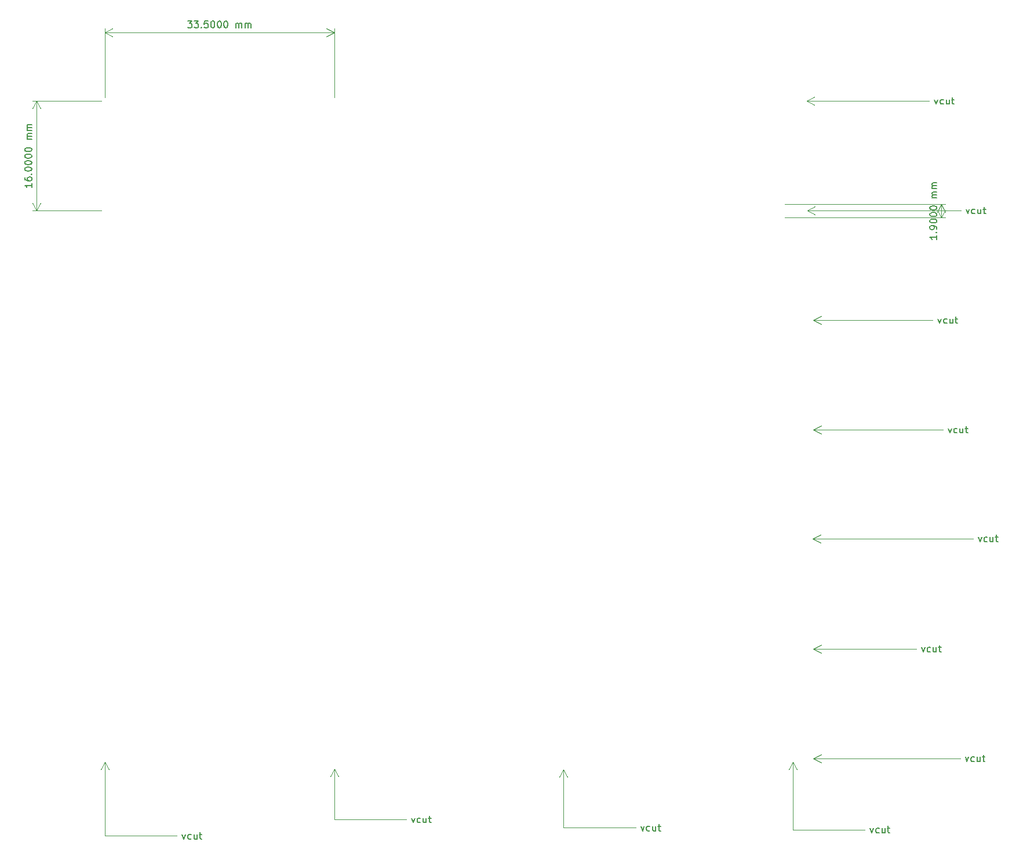
<source format=gbr>
%TF.GenerationSoftware,KiCad,Pcbnew,8.0.1*%
%TF.CreationDate,2024-04-28T15:40:34+08:00*%
%TF.ProjectId,pinban,70696e62-616e-42e6-9b69-6361645f7063,rev?*%
%TF.SameCoordinates,Original*%
%TF.FileFunction,Other,ECO2*%
%FSLAX46Y46*%
G04 Gerber Fmt 4.6, Leading zero omitted, Abs format (unit mm)*
G04 Created by KiCad (PCBNEW 8.0.1) date 2024-04-28 15:40:34*
%MOMM*%
%LPD*%
G01*
G04 APERTURE LIST*
%ADD10C,0.150000*%
%ADD11C,0.100000*%
G04 APERTURE END LIST*
D10*
X171795238Y-136188152D02*
X172033333Y-136854819D01*
X172033333Y-136854819D02*
X172271428Y-136188152D01*
X173080952Y-136807200D02*
X172985714Y-136854819D01*
X172985714Y-136854819D02*
X172795238Y-136854819D01*
X172795238Y-136854819D02*
X172700000Y-136807200D01*
X172700000Y-136807200D02*
X172652381Y-136759580D01*
X172652381Y-136759580D02*
X172604762Y-136664342D01*
X172604762Y-136664342D02*
X172604762Y-136378628D01*
X172604762Y-136378628D02*
X172652381Y-136283390D01*
X172652381Y-136283390D02*
X172700000Y-136235771D01*
X172700000Y-136235771D02*
X172795238Y-136188152D01*
X172795238Y-136188152D02*
X172985714Y-136188152D01*
X172985714Y-136188152D02*
X173080952Y-136235771D01*
X173938095Y-136188152D02*
X173938095Y-136854819D01*
X173509524Y-136188152D02*
X173509524Y-136711961D01*
X173509524Y-136711961D02*
X173557143Y-136807200D01*
X173557143Y-136807200D02*
X173652381Y-136854819D01*
X173652381Y-136854819D02*
X173795238Y-136854819D01*
X173795238Y-136854819D02*
X173890476Y-136807200D01*
X173890476Y-136807200D02*
X173938095Y-136759580D01*
X174271429Y-136188152D02*
X174652381Y-136188152D01*
X174414286Y-135854819D02*
X174414286Y-136711961D01*
X174414286Y-136711961D02*
X174461905Y-136807200D01*
X174461905Y-136807200D02*
X174557143Y-136854819D01*
X174557143Y-136854819D02*
X174652381Y-136854819D01*
D11*
X160500000Y-126500000D02*
X160500000Y-136400000D01*
X160500000Y-126500000D02*
X161086421Y-127626504D01*
X160500000Y-126500000D02*
X159913579Y-127626504D01*
X160500000Y-136400000D02*
X171027381Y-136400000D01*
X160500000Y-126500000D02*
X160500000Y-136400000D01*
X160500000Y-126500000D02*
X161086421Y-127626504D01*
X160500000Y-126500000D02*
X159913579Y-127626504D01*
X160500000Y-136400000D02*
X171027381Y-136400000D01*
D10*
X71295238Y-137088152D02*
X71533333Y-137754819D01*
X71533333Y-137754819D02*
X71771428Y-137088152D01*
X72580952Y-137707200D02*
X72485714Y-137754819D01*
X72485714Y-137754819D02*
X72295238Y-137754819D01*
X72295238Y-137754819D02*
X72200000Y-137707200D01*
X72200000Y-137707200D02*
X72152381Y-137659580D01*
X72152381Y-137659580D02*
X72104762Y-137564342D01*
X72104762Y-137564342D02*
X72104762Y-137278628D01*
X72104762Y-137278628D02*
X72152381Y-137183390D01*
X72152381Y-137183390D02*
X72200000Y-137135771D01*
X72200000Y-137135771D02*
X72295238Y-137088152D01*
X72295238Y-137088152D02*
X72485714Y-137088152D01*
X72485714Y-137088152D02*
X72580952Y-137135771D01*
X73438095Y-137088152D02*
X73438095Y-137754819D01*
X73009524Y-137088152D02*
X73009524Y-137611961D01*
X73009524Y-137611961D02*
X73057143Y-137707200D01*
X73057143Y-137707200D02*
X73152381Y-137754819D01*
X73152381Y-137754819D02*
X73295238Y-137754819D01*
X73295238Y-137754819D02*
X73390476Y-137707200D01*
X73390476Y-137707200D02*
X73438095Y-137659580D01*
X73771429Y-137088152D02*
X74152381Y-137088152D01*
X73914286Y-136754819D02*
X73914286Y-137611961D01*
X73914286Y-137611961D02*
X73961905Y-137707200D01*
X73961905Y-137707200D02*
X74057143Y-137754819D01*
X74057143Y-137754819D02*
X74152381Y-137754819D01*
D11*
X60000000Y-126500000D02*
X60000000Y-137300000D01*
X60000000Y-126500000D02*
X60586421Y-127626504D01*
X60000000Y-126500000D02*
X59413579Y-127626504D01*
X60000000Y-137300000D02*
X70527381Y-137300000D01*
X60000000Y-126500000D02*
X60000000Y-137300000D01*
X60000000Y-126500000D02*
X60586421Y-127626504D01*
X60000000Y-126500000D02*
X59413579Y-127626504D01*
X60000000Y-137300000D02*
X70527381Y-137300000D01*
D10*
X104795238Y-134688152D02*
X105033333Y-135354819D01*
X105033333Y-135354819D02*
X105271428Y-134688152D01*
X106080952Y-135307200D02*
X105985714Y-135354819D01*
X105985714Y-135354819D02*
X105795238Y-135354819D01*
X105795238Y-135354819D02*
X105700000Y-135307200D01*
X105700000Y-135307200D02*
X105652381Y-135259580D01*
X105652381Y-135259580D02*
X105604762Y-135164342D01*
X105604762Y-135164342D02*
X105604762Y-134878628D01*
X105604762Y-134878628D02*
X105652381Y-134783390D01*
X105652381Y-134783390D02*
X105700000Y-134735771D01*
X105700000Y-134735771D02*
X105795238Y-134688152D01*
X105795238Y-134688152D02*
X105985714Y-134688152D01*
X105985714Y-134688152D02*
X106080952Y-134735771D01*
X106938095Y-134688152D02*
X106938095Y-135354819D01*
X106509524Y-134688152D02*
X106509524Y-135211961D01*
X106509524Y-135211961D02*
X106557143Y-135307200D01*
X106557143Y-135307200D02*
X106652381Y-135354819D01*
X106652381Y-135354819D02*
X106795238Y-135354819D01*
X106795238Y-135354819D02*
X106890476Y-135307200D01*
X106890476Y-135307200D02*
X106938095Y-135259580D01*
X107271429Y-134688152D02*
X107652381Y-134688152D01*
X107414286Y-134354819D02*
X107414286Y-135211961D01*
X107414286Y-135211961D02*
X107461905Y-135307200D01*
X107461905Y-135307200D02*
X107557143Y-135354819D01*
X107557143Y-135354819D02*
X107652381Y-135354819D01*
D11*
X93500000Y-127500000D02*
X93500000Y-134900000D01*
X93500000Y-127500000D02*
X94086421Y-128626504D01*
X93500000Y-127500000D02*
X92913579Y-128626504D01*
X93500000Y-134900000D02*
X104027381Y-134900000D01*
X93500000Y-127500000D02*
X93500000Y-134900000D01*
X93500000Y-127500000D02*
X94086421Y-128626504D01*
X93500000Y-127500000D02*
X92913579Y-128626504D01*
X93500000Y-134900000D02*
X104027381Y-134900000D01*
D10*
X138295238Y-135888152D02*
X138533333Y-136554819D01*
X138533333Y-136554819D02*
X138771428Y-135888152D01*
X139580952Y-136507200D02*
X139485714Y-136554819D01*
X139485714Y-136554819D02*
X139295238Y-136554819D01*
X139295238Y-136554819D02*
X139200000Y-136507200D01*
X139200000Y-136507200D02*
X139152381Y-136459580D01*
X139152381Y-136459580D02*
X139104762Y-136364342D01*
X139104762Y-136364342D02*
X139104762Y-136078628D01*
X139104762Y-136078628D02*
X139152381Y-135983390D01*
X139152381Y-135983390D02*
X139200000Y-135935771D01*
X139200000Y-135935771D02*
X139295238Y-135888152D01*
X139295238Y-135888152D02*
X139485714Y-135888152D01*
X139485714Y-135888152D02*
X139580952Y-135935771D01*
X140438095Y-135888152D02*
X140438095Y-136554819D01*
X140009524Y-135888152D02*
X140009524Y-136411961D01*
X140009524Y-136411961D02*
X140057143Y-136507200D01*
X140057143Y-136507200D02*
X140152381Y-136554819D01*
X140152381Y-136554819D02*
X140295238Y-136554819D01*
X140295238Y-136554819D02*
X140390476Y-136507200D01*
X140390476Y-136507200D02*
X140438095Y-136459580D01*
X140771429Y-135888152D02*
X141152381Y-135888152D01*
X140914286Y-135554819D02*
X140914286Y-136411961D01*
X140914286Y-136411961D02*
X140961905Y-136507200D01*
X140961905Y-136507200D02*
X141057143Y-136554819D01*
X141057143Y-136554819D02*
X141152381Y-136554819D01*
D11*
X127000000Y-127600000D02*
X127000000Y-136100000D01*
X127000000Y-127600000D02*
X127586421Y-128726504D01*
X127000000Y-127600000D02*
X126413579Y-128726504D01*
X127000000Y-136100000D02*
X137527381Y-136100000D01*
X127000000Y-127600000D02*
X127000000Y-136100000D01*
X127000000Y-127600000D02*
X127586421Y-128726504D01*
X127000000Y-127600000D02*
X126413579Y-128726504D01*
X127000000Y-136100000D02*
X137527381Y-136100000D01*
D10*
X185695238Y-125788152D02*
X185933333Y-126454819D01*
X185933333Y-126454819D02*
X186171428Y-125788152D01*
X186980952Y-126407200D02*
X186885714Y-126454819D01*
X186885714Y-126454819D02*
X186695238Y-126454819D01*
X186695238Y-126454819D02*
X186600000Y-126407200D01*
X186600000Y-126407200D02*
X186552381Y-126359580D01*
X186552381Y-126359580D02*
X186504762Y-126264342D01*
X186504762Y-126264342D02*
X186504762Y-125978628D01*
X186504762Y-125978628D02*
X186552381Y-125883390D01*
X186552381Y-125883390D02*
X186600000Y-125835771D01*
X186600000Y-125835771D02*
X186695238Y-125788152D01*
X186695238Y-125788152D02*
X186885714Y-125788152D01*
X186885714Y-125788152D02*
X186980952Y-125835771D01*
X187838095Y-125788152D02*
X187838095Y-126454819D01*
X187409524Y-125788152D02*
X187409524Y-126311961D01*
X187409524Y-126311961D02*
X187457143Y-126407200D01*
X187457143Y-126407200D02*
X187552381Y-126454819D01*
X187552381Y-126454819D02*
X187695238Y-126454819D01*
X187695238Y-126454819D02*
X187790476Y-126407200D01*
X187790476Y-126407200D02*
X187838095Y-126359580D01*
X188171429Y-125788152D02*
X188552381Y-125788152D01*
X188314286Y-125454819D02*
X188314286Y-126311961D01*
X188314286Y-126311961D02*
X188361905Y-126407200D01*
X188361905Y-126407200D02*
X188457143Y-126454819D01*
X188457143Y-126454819D02*
X188552381Y-126454819D01*
D11*
X163500000Y-126000000D02*
X174400000Y-126000000D01*
X163500000Y-126000000D02*
X164626504Y-125413579D01*
X163500000Y-126000000D02*
X164626504Y-126586421D01*
X174400000Y-126000000D02*
X184927381Y-126000000D01*
X163500000Y-126000000D02*
X174400000Y-126000000D01*
X163500000Y-126000000D02*
X164626504Y-125413579D01*
X163500000Y-126000000D02*
X164626504Y-126586421D01*
X174400000Y-126000000D02*
X184927381Y-126000000D01*
D10*
X179295238Y-109788152D02*
X179533333Y-110454819D01*
X179533333Y-110454819D02*
X179771428Y-109788152D01*
X180580952Y-110407200D02*
X180485714Y-110454819D01*
X180485714Y-110454819D02*
X180295238Y-110454819D01*
X180295238Y-110454819D02*
X180200000Y-110407200D01*
X180200000Y-110407200D02*
X180152381Y-110359580D01*
X180152381Y-110359580D02*
X180104762Y-110264342D01*
X180104762Y-110264342D02*
X180104762Y-109978628D01*
X180104762Y-109978628D02*
X180152381Y-109883390D01*
X180152381Y-109883390D02*
X180200000Y-109835771D01*
X180200000Y-109835771D02*
X180295238Y-109788152D01*
X180295238Y-109788152D02*
X180485714Y-109788152D01*
X180485714Y-109788152D02*
X180580952Y-109835771D01*
X181438095Y-109788152D02*
X181438095Y-110454819D01*
X181009524Y-109788152D02*
X181009524Y-110311961D01*
X181009524Y-110311961D02*
X181057143Y-110407200D01*
X181057143Y-110407200D02*
X181152381Y-110454819D01*
X181152381Y-110454819D02*
X181295238Y-110454819D01*
X181295238Y-110454819D02*
X181390476Y-110407200D01*
X181390476Y-110407200D02*
X181438095Y-110359580D01*
X181771429Y-109788152D02*
X182152381Y-109788152D01*
X181914286Y-109454819D02*
X181914286Y-110311961D01*
X181914286Y-110311961D02*
X181961905Y-110407200D01*
X181961905Y-110407200D02*
X182057143Y-110454819D01*
X182057143Y-110454819D02*
X182152381Y-110454819D01*
D11*
X163500000Y-110000000D02*
X168000000Y-110000000D01*
X163500000Y-110000000D02*
X164626504Y-109413579D01*
X163500000Y-110000000D02*
X164626504Y-110586421D01*
X168000000Y-110000000D02*
X178527381Y-110000000D01*
X163500000Y-110000000D02*
X168000000Y-110000000D01*
X163500000Y-110000000D02*
X164626504Y-109413579D01*
X163500000Y-110000000D02*
X164626504Y-110586421D01*
X168000000Y-110000000D02*
X178527381Y-110000000D01*
D10*
X187595238Y-93688152D02*
X187833333Y-94354819D01*
X187833333Y-94354819D02*
X188071428Y-93688152D01*
X188880952Y-94307200D02*
X188785714Y-94354819D01*
X188785714Y-94354819D02*
X188595238Y-94354819D01*
X188595238Y-94354819D02*
X188500000Y-94307200D01*
X188500000Y-94307200D02*
X188452381Y-94259580D01*
X188452381Y-94259580D02*
X188404762Y-94164342D01*
X188404762Y-94164342D02*
X188404762Y-93878628D01*
X188404762Y-93878628D02*
X188452381Y-93783390D01*
X188452381Y-93783390D02*
X188500000Y-93735771D01*
X188500000Y-93735771D02*
X188595238Y-93688152D01*
X188595238Y-93688152D02*
X188785714Y-93688152D01*
X188785714Y-93688152D02*
X188880952Y-93735771D01*
X189738095Y-93688152D02*
X189738095Y-94354819D01*
X189309524Y-93688152D02*
X189309524Y-94211961D01*
X189309524Y-94211961D02*
X189357143Y-94307200D01*
X189357143Y-94307200D02*
X189452381Y-94354819D01*
X189452381Y-94354819D02*
X189595238Y-94354819D01*
X189595238Y-94354819D02*
X189690476Y-94307200D01*
X189690476Y-94307200D02*
X189738095Y-94259580D01*
X190071429Y-93688152D02*
X190452381Y-93688152D01*
X190214286Y-93354819D02*
X190214286Y-94211961D01*
X190214286Y-94211961D02*
X190261905Y-94307200D01*
X190261905Y-94307200D02*
X190357143Y-94354819D01*
X190357143Y-94354819D02*
X190452381Y-94354819D01*
D11*
X163400000Y-93900000D02*
X176300000Y-93900000D01*
X163400000Y-93900000D02*
X164526504Y-93313579D01*
X163400000Y-93900000D02*
X164526504Y-94486421D01*
X176300000Y-93900000D02*
X186827381Y-93900000D01*
X163400000Y-93900000D02*
X176300000Y-93900000D01*
X163400000Y-93900000D02*
X164526504Y-93313579D01*
X163400000Y-93900000D02*
X164526504Y-94486421D01*
X176300000Y-93900000D02*
X186827381Y-93900000D01*
D10*
X183195238Y-77788152D02*
X183433333Y-78454819D01*
X183433333Y-78454819D02*
X183671428Y-77788152D01*
X184480952Y-78407200D02*
X184385714Y-78454819D01*
X184385714Y-78454819D02*
X184195238Y-78454819D01*
X184195238Y-78454819D02*
X184100000Y-78407200D01*
X184100000Y-78407200D02*
X184052381Y-78359580D01*
X184052381Y-78359580D02*
X184004762Y-78264342D01*
X184004762Y-78264342D02*
X184004762Y-77978628D01*
X184004762Y-77978628D02*
X184052381Y-77883390D01*
X184052381Y-77883390D02*
X184100000Y-77835771D01*
X184100000Y-77835771D02*
X184195238Y-77788152D01*
X184195238Y-77788152D02*
X184385714Y-77788152D01*
X184385714Y-77788152D02*
X184480952Y-77835771D01*
X185338095Y-77788152D02*
X185338095Y-78454819D01*
X184909524Y-77788152D02*
X184909524Y-78311961D01*
X184909524Y-78311961D02*
X184957143Y-78407200D01*
X184957143Y-78407200D02*
X185052381Y-78454819D01*
X185052381Y-78454819D02*
X185195238Y-78454819D01*
X185195238Y-78454819D02*
X185290476Y-78407200D01*
X185290476Y-78407200D02*
X185338095Y-78359580D01*
X185671429Y-77788152D02*
X186052381Y-77788152D01*
X185814286Y-77454819D02*
X185814286Y-78311961D01*
X185814286Y-78311961D02*
X185861905Y-78407200D01*
X185861905Y-78407200D02*
X185957143Y-78454819D01*
X185957143Y-78454819D02*
X186052381Y-78454819D01*
D11*
X163500000Y-78000000D02*
X171900000Y-78000000D01*
X163500000Y-78000000D02*
X164626504Y-77413579D01*
X163500000Y-78000000D02*
X164626504Y-78586421D01*
X171900000Y-78000000D02*
X182427381Y-78000000D01*
X163500000Y-78000000D02*
X171900000Y-78000000D01*
X163500000Y-78000000D02*
X164626504Y-77413579D01*
X163500000Y-78000000D02*
X164626504Y-78586421D01*
X171900000Y-78000000D02*
X182427381Y-78000000D01*
D10*
X181695238Y-61788152D02*
X181933333Y-62454819D01*
X181933333Y-62454819D02*
X182171428Y-61788152D01*
X182980952Y-62407200D02*
X182885714Y-62454819D01*
X182885714Y-62454819D02*
X182695238Y-62454819D01*
X182695238Y-62454819D02*
X182600000Y-62407200D01*
X182600000Y-62407200D02*
X182552381Y-62359580D01*
X182552381Y-62359580D02*
X182504762Y-62264342D01*
X182504762Y-62264342D02*
X182504762Y-61978628D01*
X182504762Y-61978628D02*
X182552381Y-61883390D01*
X182552381Y-61883390D02*
X182600000Y-61835771D01*
X182600000Y-61835771D02*
X182695238Y-61788152D01*
X182695238Y-61788152D02*
X182885714Y-61788152D01*
X182885714Y-61788152D02*
X182980952Y-61835771D01*
X183838095Y-61788152D02*
X183838095Y-62454819D01*
X183409524Y-61788152D02*
X183409524Y-62311961D01*
X183409524Y-62311961D02*
X183457143Y-62407200D01*
X183457143Y-62407200D02*
X183552381Y-62454819D01*
X183552381Y-62454819D02*
X183695238Y-62454819D01*
X183695238Y-62454819D02*
X183790476Y-62407200D01*
X183790476Y-62407200D02*
X183838095Y-62359580D01*
X184171429Y-61788152D02*
X184552381Y-61788152D01*
X184314286Y-61454819D02*
X184314286Y-62311961D01*
X184314286Y-62311961D02*
X184361905Y-62407200D01*
X184361905Y-62407200D02*
X184457143Y-62454819D01*
X184457143Y-62454819D02*
X184552381Y-62454819D01*
D11*
X163500000Y-62000000D02*
X170400000Y-62000000D01*
X163500000Y-62000000D02*
X164626504Y-61413579D01*
X163500000Y-62000000D02*
X164626504Y-62586421D01*
X170400000Y-62000000D02*
X180927381Y-62000000D01*
X163500000Y-62000000D02*
X170400000Y-62000000D01*
X163500000Y-62000000D02*
X164626504Y-61413579D01*
X163500000Y-62000000D02*
X164626504Y-62586421D01*
X170400000Y-62000000D02*
X180927381Y-62000000D01*
D10*
X185795238Y-45788152D02*
X186033333Y-46454819D01*
X186033333Y-46454819D02*
X186271428Y-45788152D01*
X187080952Y-46407200D02*
X186985714Y-46454819D01*
X186985714Y-46454819D02*
X186795238Y-46454819D01*
X186795238Y-46454819D02*
X186700000Y-46407200D01*
X186700000Y-46407200D02*
X186652381Y-46359580D01*
X186652381Y-46359580D02*
X186604762Y-46264342D01*
X186604762Y-46264342D02*
X186604762Y-45978628D01*
X186604762Y-45978628D02*
X186652381Y-45883390D01*
X186652381Y-45883390D02*
X186700000Y-45835771D01*
X186700000Y-45835771D02*
X186795238Y-45788152D01*
X186795238Y-45788152D02*
X186985714Y-45788152D01*
X186985714Y-45788152D02*
X187080952Y-45835771D01*
X187938095Y-45788152D02*
X187938095Y-46454819D01*
X187509524Y-45788152D02*
X187509524Y-46311961D01*
X187509524Y-46311961D02*
X187557143Y-46407200D01*
X187557143Y-46407200D02*
X187652381Y-46454819D01*
X187652381Y-46454819D02*
X187795238Y-46454819D01*
X187795238Y-46454819D02*
X187890476Y-46407200D01*
X187890476Y-46407200D02*
X187938095Y-46359580D01*
X188271429Y-45788152D02*
X188652381Y-45788152D01*
X188414286Y-45454819D02*
X188414286Y-46311961D01*
X188414286Y-46311961D02*
X188461905Y-46407200D01*
X188461905Y-46407200D02*
X188557143Y-46454819D01*
X188557143Y-46454819D02*
X188652381Y-46454819D01*
D11*
X162600000Y-46000000D02*
X174500000Y-46000000D01*
X162600000Y-46000000D02*
X163726504Y-45413579D01*
X162600000Y-46000000D02*
X163726504Y-46586421D01*
X174500000Y-46000000D02*
X185027381Y-46000000D01*
X162600000Y-46000000D02*
X174500000Y-46000000D01*
X162600000Y-46000000D02*
X163726504Y-45413579D01*
X162600000Y-46000000D02*
X163726504Y-46586421D01*
X174500000Y-46000000D02*
X185027381Y-46000000D01*
D10*
X181195238Y-29788152D02*
X181433333Y-30454819D01*
X181433333Y-30454819D02*
X181671428Y-29788152D01*
X182480952Y-30407200D02*
X182385714Y-30454819D01*
X182385714Y-30454819D02*
X182195238Y-30454819D01*
X182195238Y-30454819D02*
X182100000Y-30407200D01*
X182100000Y-30407200D02*
X182052381Y-30359580D01*
X182052381Y-30359580D02*
X182004762Y-30264342D01*
X182004762Y-30264342D02*
X182004762Y-29978628D01*
X182004762Y-29978628D02*
X182052381Y-29883390D01*
X182052381Y-29883390D02*
X182100000Y-29835771D01*
X182100000Y-29835771D02*
X182195238Y-29788152D01*
X182195238Y-29788152D02*
X182385714Y-29788152D01*
X182385714Y-29788152D02*
X182480952Y-29835771D01*
X183338095Y-29788152D02*
X183338095Y-30454819D01*
X182909524Y-29788152D02*
X182909524Y-30311961D01*
X182909524Y-30311961D02*
X182957143Y-30407200D01*
X182957143Y-30407200D02*
X183052381Y-30454819D01*
X183052381Y-30454819D02*
X183195238Y-30454819D01*
X183195238Y-30454819D02*
X183290476Y-30407200D01*
X183290476Y-30407200D02*
X183338095Y-30359580D01*
X183671429Y-29788152D02*
X184052381Y-29788152D01*
X183814286Y-29454819D02*
X183814286Y-30311961D01*
X183814286Y-30311961D02*
X183861905Y-30407200D01*
X183861905Y-30407200D02*
X183957143Y-30454819D01*
X183957143Y-30454819D02*
X184052381Y-30454819D01*
D11*
X162500000Y-30000000D02*
X169900000Y-30000000D01*
X162500000Y-30000000D02*
X163626504Y-29413579D01*
X162500000Y-30000000D02*
X163626504Y-30586421D01*
X169900000Y-30000000D02*
X180427381Y-30000000D01*
X162500000Y-30000000D02*
X169900000Y-30000000D01*
X162500000Y-30000000D02*
X163626504Y-29413579D01*
X162500000Y-30000000D02*
X163626504Y-30586421D01*
X169900000Y-30000000D02*
X180427381Y-30000000D01*
D10*
X181504819Y-49621428D02*
X181504819Y-50192856D01*
X181504819Y-49907142D02*
X180504819Y-49907142D01*
X180504819Y-49907142D02*
X180647676Y-50002380D01*
X180647676Y-50002380D02*
X180742914Y-50097618D01*
X180742914Y-50097618D02*
X180790533Y-50192856D01*
X181409580Y-49192856D02*
X181457200Y-49145237D01*
X181457200Y-49145237D02*
X181504819Y-49192856D01*
X181504819Y-49192856D02*
X181457200Y-49240475D01*
X181457200Y-49240475D02*
X181409580Y-49192856D01*
X181409580Y-49192856D02*
X181504819Y-49192856D01*
X181504819Y-48669047D02*
X181504819Y-48478571D01*
X181504819Y-48478571D02*
X181457200Y-48383333D01*
X181457200Y-48383333D02*
X181409580Y-48335714D01*
X181409580Y-48335714D02*
X181266723Y-48240476D01*
X181266723Y-48240476D02*
X181076247Y-48192857D01*
X181076247Y-48192857D02*
X180695295Y-48192857D01*
X180695295Y-48192857D02*
X180600057Y-48240476D01*
X180600057Y-48240476D02*
X180552438Y-48288095D01*
X180552438Y-48288095D02*
X180504819Y-48383333D01*
X180504819Y-48383333D02*
X180504819Y-48573809D01*
X180504819Y-48573809D02*
X180552438Y-48669047D01*
X180552438Y-48669047D02*
X180600057Y-48716666D01*
X180600057Y-48716666D02*
X180695295Y-48764285D01*
X180695295Y-48764285D02*
X180933390Y-48764285D01*
X180933390Y-48764285D02*
X181028628Y-48716666D01*
X181028628Y-48716666D02*
X181076247Y-48669047D01*
X181076247Y-48669047D02*
X181123866Y-48573809D01*
X181123866Y-48573809D02*
X181123866Y-48383333D01*
X181123866Y-48383333D02*
X181076247Y-48288095D01*
X181076247Y-48288095D02*
X181028628Y-48240476D01*
X181028628Y-48240476D02*
X180933390Y-48192857D01*
X180504819Y-47573809D02*
X180504819Y-47478571D01*
X180504819Y-47478571D02*
X180552438Y-47383333D01*
X180552438Y-47383333D02*
X180600057Y-47335714D01*
X180600057Y-47335714D02*
X180695295Y-47288095D01*
X180695295Y-47288095D02*
X180885771Y-47240476D01*
X180885771Y-47240476D02*
X181123866Y-47240476D01*
X181123866Y-47240476D02*
X181314342Y-47288095D01*
X181314342Y-47288095D02*
X181409580Y-47335714D01*
X181409580Y-47335714D02*
X181457200Y-47383333D01*
X181457200Y-47383333D02*
X181504819Y-47478571D01*
X181504819Y-47478571D02*
X181504819Y-47573809D01*
X181504819Y-47573809D02*
X181457200Y-47669047D01*
X181457200Y-47669047D02*
X181409580Y-47716666D01*
X181409580Y-47716666D02*
X181314342Y-47764285D01*
X181314342Y-47764285D02*
X181123866Y-47811904D01*
X181123866Y-47811904D02*
X180885771Y-47811904D01*
X180885771Y-47811904D02*
X180695295Y-47764285D01*
X180695295Y-47764285D02*
X180600057Y-47716666D01*
X180600057Y-47716666D02*
X180552438Y-47669047D01*
X180552438Y-47669047D02*
X180504819Y-47573809D01*
X180504819Y-46621428D02*
X180504819Y-46526190D01*
X180504819Y-46526190D02*
X180552438Y-46430952D01*
X180552438Y-46430952D02*
X180600057Y-46383333D01*
X180600057Y-46383333D02*
X180695295Y-46335714D01*
X180695295Y-46335714D02*
X180885771Y-46288095D01*
X180885771Y-46288095D02*
X181123866Y-46288095D01*
X181123866Y-46288095D02*
X181314342Y-46335714D01*
X181314342Y-46335714D02*
X181409580Y-46383333D01*
X181409580Y-46383333D02*
X181457200Y-46430952D01*
X181457200Y-46430952D02*
X181504819Y-46526190D01*
X181504819Y-46526190D02*
X181504819Y-46621428D01*
X181504819Y-46621428D02*
X181457200Y-46716666D01*
X181457200Y-46716666D02*
X181409580Y-46764285D01*
X181409580Y-46764285D02*
X181314342Y-46811904D01*
X181314342Y-46811904D02*
X181123866Y-46859523D01*
X181123866Y-46859523D02*
X180885771Y-46859523D01*
X180885771Y-46859523D02*
X180695295Y-46811904D01*
X180695295Y-46811904D02*
X180600057Y-46764285D01*
X180600057Y-46764285D02*
X180552438Y-46716666D01*
X180552438Y-46716666D02*
X180504819Y-46621428D01*
X180504819Y-45669047D02*
X180504819Y-45573809D01*
X180504819Y-45573809D02*
X180552438Y-45478571D01*
X180552438Y-45478571D02*
X180600057Y-45430952D01*
X180600057Y-45430952D02*
X180695295Y-45383333D01*
X180695295Y-45383333D02*
X180885771Y-45335714D01*
X180885771Y-45335714D02*
X181123866Y-45335714D01*
X181123866Y-45335714D02*
X181314342Y-45383333D01*
X181314342Y-45383333D02*
X181409580Y-45430952D01*
X181409580Y-45430952D02*
X181457200Y-45478571D01*
X181457200Y-45478571D02*
X181504819Y-45573809D01*
X181504819Y-45573809D02*
X181504819Y-45669047D01*
X181504819Y-45669047D02*
X181457200Y-45764285D01*
X181457200Y-45764285D02*
X181409580Y-45811904D01*
X181409580Y-45811904D02*
X181314342Y-45859523D01*
X181314342Y-45859523D02*
X181123866Y-45907142D01*
X181123866Y-45907142D02*
X180885771Y-45907142D01*
X180885771Y-45907142D02*
X180695295Y-45859523D01*
X180695295Y-45859523D02*
X180600057Y-45811904D01*
X180600057Y-45811904D02*
X180552438Y-45764285D01*
X180552438Y-45764285D02*
X180504819Y-45669047D01*
X181504819Y-44145237D02*
X180838152Y-44145237D01*
X180933390Y-44145237D02*
X180885771Y-44097618D01*
X180885771Y-44097618D02*
X180838152Y-44002380D01*
X180838152Y-44002380D02*
X180838152Y-43859523D01*
X180838152Y-43859523D02*
X180885771Y-43764285D01*
X180885771Y-43764285D02*
X180981009Y-43716666D01*
X180981009Y-43716666D02*
X181504819Y-43716666D01*
X180981009Y-43716666D02*
X180885771Y-43669047D01*
X180885771Y-43669047D02*
X180838152Y-43573809D01*
X180838152Y-43573809D02*
X180838152Y-43430952D01*
X180838152Y-43430952D02*
X180885771Y-43335713D01*
X180885771Y-43335713D02*
X180981009Y-43288094D01*
X180981009Y-43288094D02*
X181504819Y-43288094D01*
X181504819Y-42811904D02*
X180838152Y-42811904D01*
X180933390Y-42811904D02*
X180885771Y-42764285D01*
X180885771Y-42764285D02*
X180838152Y-42669047D01*
X180838152Y-42669047D02*
X180838152Y-42526190D01*
X180838152Y-42526190D02*
X180885771Y-42430952D01*
X180885771Y-42430952D02*
X180981009Y-42383333D01*
X180981009Y-42383333D02*
X181504819Y-42383333D01*
X180981009Y-42383333D02*
X180885771Y-42335714D01*
X180885771Y-42335714D02*
X180838152Y-42240476D01*
X180838152Y-42240476D02*
X180838152Y-42097619D01*
X180838152Y-42097619D02*
X180885771Y-42002380D01*
X180885771Y-42002380D02*
X180981009Y-41954761D01*
X180981009Y-41954761D02*
X181504819Y-41954761D01*
D11*
X159300000Y-45100000D02*
X182786420Y-45100000D01*
X159300000Y-47000000D02*
X182786420Y-47000000D01*
X182200000Y-45100000D02*
X182200000Y-47000000D01*
X182200000Y-45100000D02*
X182200000Y-47000000D01*
X182200000Y-45100000D02*
X182786421Y-46226504D01*
X182200000Y-45100000D02*
X181613579Y-46226504D01*
X182200000Y-47000000D02*
X181613579Y-45873496D01*
X182200000Y-47000000D02*
X182786421Y-45873496D01*
D10*
X49304819Y-42047618D02*
X49304819Y-42619046D01*
X49304819Y-42333332D02*
X48304819Y-42333332D01*
X48304819Y-42333332D02*
X48447676Y-42428570D01*
X48447676Y-42428570D02*
X48542914Y-42523808D01*
X48542914Y-42523808D02*
X48590533Y-42619046D01*
X48304819Y-41190475D02*
X48304819Y-41380951D01*
X48304819Y-41380951D02*
X48352438Y-41476189D01*
X48352438Y-41476189D02*
X48400057Y-41523808D01*
X48400057Y-41523808D02*
X48542914Y-41619046D01*
X48542914Y-41619046D02*
X48733390Y-41666665D01*
X48733390Y-41666665D02*
X49114342Y-41666665D01*
X49114342Y-41666665D02*
X49209580Y-41619046D01*
X49209580Y-41619046D02*
X49257200Y-41571427D01*
X49257200Y-41571427D02*
X49304819Y-41476189D01*
X49304819Y-41476189D02*
X49304819Y-41285713D01*
X49304819Y-41285713D02*
X49257200Y-41190475D01*
X49257200Y-41190475D02*
X49209580Y-41142856D01*
X49209580Y-41142856D02*
X49114342Y-41095237D01*
X49114342Y-41095237D02*
X48876247Y-41095237D01*
X48876247Y-41095237D02*
X48781009Y-41142856D01*
X48781009Y-41142856D02*
X48733390Y-41190475D01*
X48733390Y-41190475D02*
X48685771Y-41285713D01*
X48685771Y-41285713D02*
X48685771Y-41476189D01*
X48685771Y-41476189D02*
X48733390Y-41571427D01*
X48733390Y-41571427D02*
X48781009Y-41619046D01*
X48781009Y-41619046D02*
X48876247Y-41666665D01*
X49209580Y-40666665D02*
X49257200Y-40619046D01*
X49257200Y-40619046D02*
X49304819Y-40666665D01*
X49304819Y-40666665D02*
X49257200Y-40714284D01*
X49257200Y-40714284D02*
X49209580Y-40666665D01*
X49209580Y-40666665D02*
X49304819Y-40666665D01*
X48304819Y-39999999D02*
X48304819Y-39904761D01*
X48304819Y-39904761D02*
X48352438Y-39809523D01*
X48352438Y-39809523D02*
X48400057Y-39761904D01*
X48400057Y-39761904D02*
X48495295Y-39714285D01*
X48495295Y-39714285D02*
X48685771Y-39666666D01*
X48685771Y-39666666D02*
X48923866Y-39666666D01*
X48923866Y-39666666D02*
X49114342Y-39714285D01*
X49114342Y-39714285D02*
X49209580Y-39761904D01*
X49209580Y-39761904D02*
X49257200Y-39809523D01*
X49257200Y-39809523D02*
X49304819Y-39904761D01*
X49304819Y-39904761D02*
X49304819Y-39999999D01*
X49304819Y-39999999D02*
X49257200Y-40095237D01*
X49257200Y-40095237D02*
X49209580Y-40142856D01*
X49209580Y-40142856D02*
X49114342Y-40190475D01*
X49114342Y-40190475D02*
X48923866Y-40238094D01*
X48923866Y-40238094D02*
X48685771Y-40238094D01*
X48685771Y-40238094D02*
X48495295Y-40190475D01*
X48495295Y-40190475D02*
X48400057Y-40142856D01*
X48400057Y-40142856D02*
X48352438Y-40095237D01*
X48352438Y-40095237D02*
X48304819Y-39999999D01*
X48304819Y-39047618D02*
X48304819Y-38952380D01*
X48304819Y-38952380D02*
X48352438Y-38857142D01*
X48352438Y-38857142D02*
X48400057Y-38809523D01*
X48400057Y-38809523D02*
X48495295Y-38761904D01*
X48495295Y-38761904D02*
X48685771Y-38714285D01*
X48685771Y-38714285D02*
X48923866Y-38714285D01*
X48923866Y-38714285D02*
X49114342Y-38761904D01*
X49114342Y-38761904D02*
X49209580Y-38809523D01*
X49209580Y-38809523D02*
X49257200Y-38857142D01*
X49257200Y-38857142D02*
X49304819Y-38952380D01*
X49304819Y-38952380D02*
X49304819Y-39047618D01*
X49304819Y-39047618D02*
X49257200Y-39142856D01*
X49257200Y-39142856D02*
X49209580Y-39190475D01*
X49209580Y-39190475D02*
X49114342Y-39238094D01*
X49114342Y-39238094D02*
X48923866Y-39285713D01*
X48923866Y-39285713D02*
X48685771Y-39285713D01*
X48685771Y-39285713D02*
X48495295Y-39238094D01*
X48495295Y-39238094D02*
X48400057Y-39190475D01*
X48400057Y-39190475D02*
X48352438Y-39142856D01*
X48352438Y-39142856D02*
X48304819Y-39047618D01*
X48304819Y-38095237D02*
X48304819Y-37999999D01*
X48304819Y-37999999D02*
X48352438Y-37904761D01*
X48352438Y-37904761D02*
X48400057Y-37857142D01*
X48400057Y-37857142D02*
X48495295Y-37809523D01*
X48495295Y-37809523D02*
X48685771Y-37761904D01*
X48685771Y-37761904D02*
X48923866Y-37761904D01*
X48923866Y-37761904D02*
X49114342Y-37809523D01*
X49114342Y-37809523D02*
X49209580Y-37857142D01*
X49209580Y-37857142D02*
X49257200Y-37904761D01*
X49257200Y-37904761D02*
X49304819Y-37999999D01*
X49304819Y-37999999D02*
X49304819Y-38095237D01*
X49304819Y-38095237D02*
X49257200Y-38190475D01*
X49257200Y-38190475D02*
X49209580Y-38238094D01*
X49209580Y-38238094D02*
X49114342Y-38285713D01*
X49114342Y-38285713D02*
X48923866Y-38333332D01*
X48923866Y-38333332D02*
X48685771Y-38333332D01*
X48685771Y-38333332D02*
X48495295Y-38285713D01*
X48495295Y-38285713D02*
X48400057Y-38238094D01*
X48400057Y-38238094D02*
X48352438Y-38190475D01*
X48352438Y-38190475D02*
X48304819Y-38095237D01*
X48304819Y-37142856D02*
X48304819Y-37047618D01*
X48304819Y-37047618D02*
X48352438Y-36952380D01*
X48352438Y-36952380D02*
X48400057Y-36904761D01*
X48400057Y-36904761D02*
X48495295Y-36857142D01*
X48495295Y-36857142D02*
X48685771Y-36809523D01*
X48685771Y-36809523D02*
X48923866Y-36809523D01*
X48923866Y-36809523D02*
X49114342Y-36857142D01*
X49114342Y-36857142D02*
X49209580Y-36904761D01*
X49209580Y-36904761D02*
X49257200Y-36952380D01*
X49257200Y-36952380D02*
X49304819Y-37047618D01*
X49304819Y-37047618D02*
X49304819Y-37142856D01*
X49304819Y-37142856D02*
X49257200Y-37238094D01*
X49257200Y-37238094D02*
X49209580Y-37285713D01*
X49209580Y-37285713D02*
X49114342Y-37333332D01*
X49114342Y-37333332D02*
X48923866Y-37380951D01*
X48923866Y-37380951D02*
X48685771Y-37380951D01*
X48685771Y-37380951D02*
X48495295Y-37333332D01*
X48495295Y-37333332D02*
X48400057Y-37285713D01*
X48400057Y-37285713D02*
X48352438Y-37238094D01*
X48352438Y-37238094D02*
X48304819Y-37142856D01*
X49304819Y-35619046D02*
X48638152Y-35619046D01*
X48733390Y-35619046D02*
X48685771Y-35571427D01*
X48685771Y-35571427D02*
X48638152Y-35476189D01*
X48638152Y-35476189D02*
X48638152Y-35333332D01*
X48638152Y-35333332D02*
X48685771Y-35238094D01*
X48685771Y-35238094D02*
X48781009Y-35190475D01*
X48781009Y-35190475D02*
X49304819Y-35190475D01*
X48781009Y-35190475D02*
X48685771Y-35142856D01*
X48685771Y-35142856D02*
X48638152Y-35047618D01*
X48638152Y-35047618D02*
X48638152Y-34904761D01*
X48638152Y-34904761D02*
X48685771Y-34809522D01*
X48685771Y-34809522D02*
X48781009Y-34761903D01*
X48781009Y-34761903D02*
X49304819Y-34761903D01*
X49304819Y-34285713D02*
X48638152Y-34285713D01*
X48733390Y-34285713D02*
X48685771Y-34238094D01*
X48685771Y-34238094D02*
X48638152Y-34142856D01*
X48638152Y-34142856D02*
X48638152Y-33999999D01*
X48638152Y-33999999D02*
X48685771Y-33904761D01*
X48685771Y-33904761D02*
X48781009Y-33857142D01*
X48781009Y-33857142D02*
X49304819Y-33857142D01*
X48781009Y-33857142D02*
X48685771Y-33809523D01*
X48685771Y-33809523D02*
X48638152Y-33714285D01*
X48638152Y-33714285D02*
X48638152Y-33571428D01*
X48638152Y-33571428D02*
X48685771Y-33476189D01*
X48685771Y-33476189D02*
X48781009Y-33428570D01*
X48781009Y-33428570D02*
X49304819Y-33428570D01*
D11*
X59500000Y-30000000D02*
X49413580Y-30000000D01*
X59500000Y-46000000D02*
X49413580Y-46000000D01*
X50000000Y-30000000D02*
X50000000Y-46000000D01*
X50000000Y-30000000D02*
X50000000Y-46000000D01*
X50000000Y-30000000D02*
X50586421Y-31126504D01*
X50000000Y-30000000D02*
X49413579Y-31126504D01*
X50000000Y-46000000D02*
X49413579Y-44873496D01*
X50000000Y-46000000D02*
X50586421Y-44873496D01*
D10*
X72083334Y-18304819D02*
X72702381Y-18304819D01*
X72702381Y-18304819D02*
X72369048Y-18685771D01*
X72369048Y-18685771D02*
X72511905Y-18685771D01*
X72511905Y-18685771D02*
X72607143Y-18733390D01*
X72607143Y-18733390D02*
X72654762Y-18781009D01*
X72654762Y-18781009D02*
X72702381Y-18876247D01*
X72702381Y-18876247D02*
X72702381Y-19114342D01*
X72702381Y-19114342D02*
X72654762Y-19209580D01*
X72654762Y-19209580D02*
X72607143Y-19257200D01*
X72607143Y-19257200D02*
X72511905Y-19304819D01*
X72511905Y-19304819D02*
X72226191Y-19304819D01*
X72226191Y-19304819D02*
X72130953Y-19257200D01*
X72130953Y-19257200D02*
X72083334Y-19209580D01*
X73035715Y-18304819D02*
X73654762Y-18304819D01*
X73654762Y-18304819D02*
X73321429Y-18685771D01*
X73321429Y-18685771D02*
X73464286Y-18685771D01*
X73464286Y-18685771D02*
X73559524Y-18733390D01*
X73559524Y-18733390D02*
X73607143Y-18781009D01*
X73607143Y-18781009D02*
X73654762Y-18876247D01*
X73654762Y-18876247D02*
X73654762Y-19114342D01*
X73654762Y-19114342D02*
X73607143Y-19209580D01*
X73607143Y-19209580D02*
X73559524Y-19257200D01*
X73559524Y-19257200D02*
X73464286Y-19304819D01*
X73464286Y-19304819D02*
X73178572Y-19304819D01*
X73178572Y-19304819D02*
X73083334Y-19257200D01*
X73083334Y-19257200D02*
X73035715Y-19209580D01*
X74083334Y-19209580D02*
X74130953Y-19257200D01*
X74130953Y-19257200D02*
X74083334Y-19304819D01*
X74083334Y-19304819D02*
X74035715Y-19257200D01*
X74035715Y-19257200D02*
X74083334Y-19209580D01*
X74083334Y-19209580D02*
X74083334Y-19304819D01*
X75035714Y-18304819D02*
X74559524Y-18304819D01*
X74559524Y-18304819D02*
X74511905Y-18781009D01*
X74511905Y-18781009D02*
X74559524Y-18733390D01*
X74559524Y-18733390D02*
X74654762Y-18685771D01*
X74654762Y-18685771D02*
X74892857Y-18685771D01*
X74892857Y-18685771D02*
X74988095Y-18733390D01*
X74988095Y-18733390D02*
X75035714Y-18781009D01*
X75035714Y-18781009D02*
X75083333Y-18876247D01*
X75083333Y-18876247D02*
X75083333Y-19114342D01*
X75083333Y-19114342D02*
X75035714Y-19209580D01*
X75035714Y-19209580D02*
X74988095Y-19257200D01*
X74988095Y-19257200D02*
X74892857Y-19304819D01*
X74892857Y-19304819D02*
X74654762Y-19304819D01*
X74654762Y-19304819D02*
X74559524Y-19257200D01*
X74559524Y-19257200D02*
X74511905Y-19209580D01*
X75702381Y-18304819D02*
X75797619Y-18304819D01*
X75797619Y-18304819D02*
X75892857Y-18352438D01*
X75892857Y-18352438D02*
X75940476Y-18400057D01*
X75940476Y-18400057D02*
X75988095Y-18495295D01*
X75988095Y-18495295D02*
X76035714Y-18685771D01*
X76035714Y-18685771D02*
X76035714Y-18923866D01*
X76035714Y-18923866D02*
X75988095Y-19114342D01*
X75988095Y-19114342D02*
X75940476Y-19209580D01*
X75940476Y-19209580D02*
X75892857Y-19257200D01*
X75892857Y-19257200D02*
X75797619Y-19304819D01*
X75797619Y-19304819D02*
X75702381Y-19304819D01*
X75702381Y-19304819D02*
X75607143Y-19257200D01*
X75607143Y-19257200D02*
X75559524Y-19209580D01*
X75559524Y-19209580D02*
X75511905Y-19114342D01*
X75511905Y-19114342D02*
X75464286Y-18923866D01*
X75464286Y-18923866D02*
X75464286Y-18685771D01*
X75464286Y-18685771D02*
X75511905Y-18495295D01*
X75511905Y-18495295D02*
X75559524Y-18400057D01*
X75559524Y-18400057D02*
X75607143Y-18352438D01*
X75607143Y-18352438D02*
X75702381Y-18304819D01*
X76654762Y-18304819D02*
X76750000Y-18304819D01*
X76750000Y-18304819D02*
X76845238Y-18352438D01*
X76845238Y-18352438D02*
X76892857Y-18400057D01*
X76892857Y-18400057D02*
X76940476Y-18495295D01*
X76940476Y-18495295D02*
X76988095Y-18685771D01*
X76988095Y-18685771D02*
X76988095Y-18923866D01*
X76988095Y-18923866D02*
X76940476Y-19114342D01*
X76940476Y-19114342D02*
X76892857Y-19209580D01*
X76892857Y-19209580D02*
X76845238Y-19257200D01*
X76845238Y-19257200D02*
X76750000Y-19304819D01*
X76750000Y-19304819D02*
X76654762Y-19304819D01*
X76654762Y-19304819D02*
X76559524Y-19257200D01*
X76559524Y-19257200D02*
X76511905Y-19209580D01*
X76511905Y-19209580D02*
X76464286Y-19114342D01*
X76464286Y-19114342D02*
X76416667Y-18923866D01*
X76416667Y-18923866D02*
X76416667Y-18685771D01*
X76416667Y-18685771D02*
X76464286Y-18495295D01*
X76464286Y-18495295D02*
X76511905Y-18400057D01*
X76511905Y-18400057D02*
X76559524Y-18352438D01*
X76559524Y-18352438D02*
X76654762Y-18304819D01*
X77607143Y-18304819D02*
X77702381Y-18304819D01*
X77702381Y-18304819D02*
X77797619Y-18352438D01*
X77797619Y-18352438D02*
X77845238Y-18400057D01*
X77845238Y-18400057D02*
X77892857Y-18495295D01*
X77892857Y-18495295D02*
X77940476Y-18685771D01*
X77940476Y-18685771D02*
X77940476Y-18923866D01*
X77940476Y-18923866D02*
X77892857Y-19114342D01*
X77892857Y-19114342D02*
X77845238Y-19209580D01*
X77845238Y-19209580D02*
X77797619Y-19257200D01*
X77797619Y-19257200D02*
X77702381Y-19304819D01*
X77702381Y-19304819D02*
X77607143Y-19304819D01*
X77607143Y-19304819D02*
X77511905Y-19257200D01*
X77511905Y-19257200D02*
X77464286Y-19209580D01*
X77464286Y-19209580D02*
X77416667Y-19114342D01*
X77416667Y-19114342D02*
X77369048Y-18923866D01*
X77369048Y-18923866D02*
X77369048Y-18685771D01*
X77369048Y-18685771D02*
X77416667Y-18495295D01*
X77416667Y-18495295D02*
X77464286Y-18400057D01*
X77464286Y-18400057D02*
X77511905Y-18352438D01*
X77511905Y-18352438D02*
X77607143Y-18304819D01*
X79130953Y-19304819D02*
X79130953Y-18638152D01*
X79130953Y-18733390D02*
X79178572Y-18685771D01*
X79178572Y-18685771D02*
X79273810Y-18638152D01*
X79273810Y-18638152D02*
X79416667Y-18638152D01*
X79416667Y-18638152D02*
X79511905Y-18685771D01*
X79511905Y-18685771D02*
X79559524Y-18781009D01*
X79559524Y-18781009D02*
X79559524Y-19304819D01*
X79559524Y-18781009D02*
X79607143Y-18685771D01*
X79607143Y-18685771D02*
X79702381Y-18638152D01*
X79702381Y-18638152D02*
X79845238Y-18638152D01*
X79845238Y-18638152D02*
X79940477Y-18685771D01*
X79940477Y-18685771D02*
X79988096Y-18781009D01*
X79988096Y-18781009D02*
X79988096Y-19304819D01*
X80464286Y-19304819D02*
X80464286Y-18638152D01*
X80464286Y-18733390D02*
X80511905Y-18685771D01*
X80511905Y-18685771D02*
X80607143Y-18638152D01*
X80607143Y-18638152D02*
X80750000Y-18638152D01*
X80750000Y-18638152D02*
X80845238Y-18685771D01*
X80845238Y-18685771D02*
X80892857Y-18781009D01*
X80892857Y-18781009D02*
X80892857Y-19304819D01*
X80892857Y-18781009D02*
X80940476Y-18685771D01*
X80940476Y-18685771D02*
X81035714Y-18638152D01*
X81035714Y-18638152D02*
X81178571Y-18638152D01*
X81178571Y-18638152D02*
X81273810Y-18685771D01*
X81273810Y-18685771D02*
X81321429Y-18781009D01*
X81321429Y-18781009D02*
X81321429Y-19304819D01*
D11*
X60000000Y-29500000D02*
X60000000Y-19413580D01*
X93500000Y-29500000D02*
X93500000Y-19413580D01*
X60000000Y-20000000D02*
X93500000Y-20000000D01*
X60000000Y-20000000D02*
X93500000Y-20000000D01*
X60000000Y-20000000D02*
X61126504Y-19413579D01*
X60000000Y-20000000D02*
X61126504Y-20586421D01*
X93500000Y-20000000D02*
X92373496Y-20586421D01*
X93500000Y-20000000D02*
X92373496Y-19413579D01*
M02*

</source>
